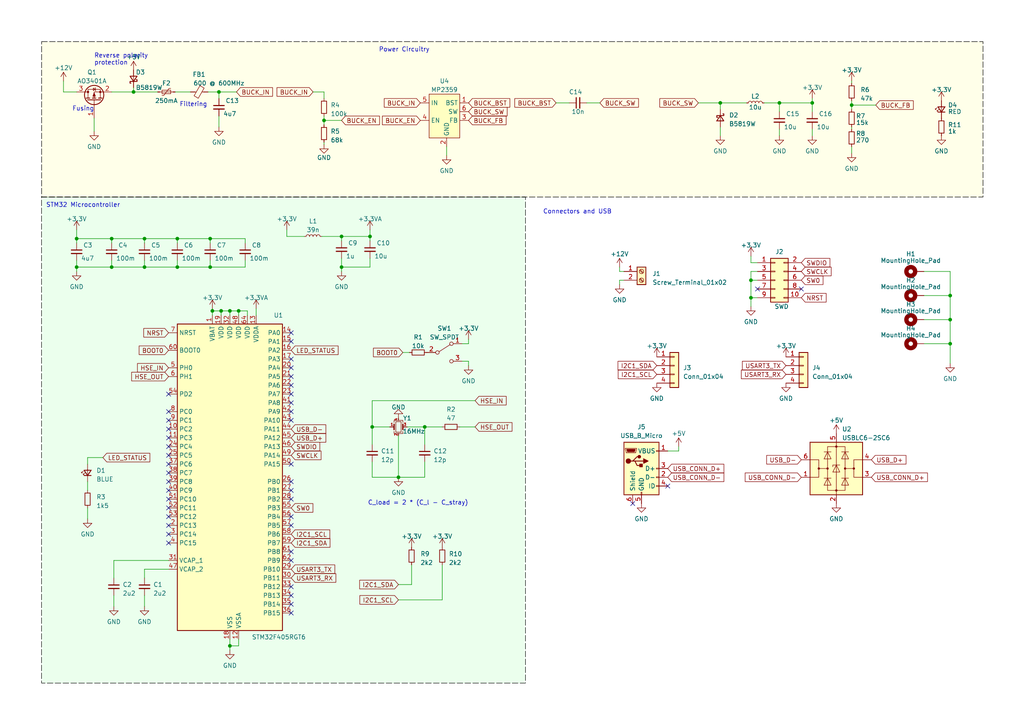
<source format=kicad_sch>
(kicad_sch (version 20230121) (generator eeschema)
  (paper "A4")
  (title_block (title "STM32 Example board") (date "2023-06-07") (rev "v1.0") (company "Emasi"))
  (lib_symbols
    (symbol "Connector:Screw_Terminal_01x02" (pin_names (offset 1.016) hide)
      (property "Reference" "J" (at 0 2.54 0))
      (property "Value" "Screw_Terminal_01x02" (at 0 -5.08 0))
      (symbol "Screw_Terminal_01x02_1_1"
        (pin passive line (at -5.08 0 0) (length 3.81) (name "Pin_1") (number "1"))
        (pin passive line (at -5.08 -2.54 0) (length 3.81) (name "Pin_2") (number "2"))
      )
    )
    (symbol "Connector:USB_B_Micro" (pin_names (offset 1.016))
      (property "Reference" "J" (at -5.08 11.43 0))
      (property "Value" "USB_B_Micro" (at -5.08 8.89 0))
      (symbol "USB_B_Micro_1_1"
        (pin power_out line (at 7.62 5.08 180) (length 2.54) (name "VBUS") (number "1"))
        (pin bidirectional line (at 7.62 -2.54 180) (length 2.54) (name "D-") (number "2"))
        (pin bidirectional line (at 7.62 0 180) (length 2.54) (name "D+") (number "3"))
        (pin passive line (at 7.62 -5.08 180) (length 2.54) (name "ID") (number "4"))
        (pin power_out line (at 0 -10.16 90) (length 2.54) (name "GND") (number "5"))
        (pin passive line (at -2.54 -10.16 90) (length 2.54) (name "Shield") (number "6"))
      )
    )
    (symbol "Connector_Generic:Conn_01x04" (pin_names (offset 1.016) hide)
      (property "Reference" "J" (at 0 5.08 0))
      (property "Value" "Conn_01x04" (at 0 -7.62 0))
      (symbol "Conn_01x04_1_1"
        (pin passive line (at -5.08 2.54 0) (length 3.81) (name "Pin_1") (number "1"))
        (pin passive line (at -5.08 0 0) (length 3.81) (name "Pin_2") (number "2"))
        (pin passive line (at -5.08 -2.54 0) (length 3.81) (name "Pin_3") (number "3"))
        (pin passive line (at -5.08 -5.08 0) (length 3.81) (name "Pin_4") (number "4"))
      )
    )
    (symbol "Connector_Generic:Conn_02x05_Odd_Even" (pin_names (offset 1.016) hide)
      (property "Reference" "J" (at 1.27 7.62 0))
      (property "Value" "Conn_02x05_Odd_Even" (at 1.27 -7.62 0))
      (symbol "Conn_02x05_Odd_Even_1_1"
        (pin passive line (at -5.08 5.08 0) (length 3.81) (name "Pin_1") (number "1"))
        (pin passive line (at 7.62 -5.08 180) (length 3.81) (name "Pin_10") (number "10"))
        (pin passive line (at 7.62 5.08 180) (length 3.81) (name "Pin_2") (number "2"))
        (pin passive line (at -5.08 2.54 0) (length 3.81) (name "Pin_3") (number "3"))
        (pin passive line (at 7.62 2.54 180) (length 3.81) (name "Pin_4") (number "4"))
        (pin passive line (at -5.08 0 0) (length 3.81) (name "Pin_5") (number "5"))
        (pin passive line (at 7.62 0 180) (length 3.81) (name "Pin_6") (number "6"))
        (pin passive line (at -5.08 -2.54 0) (length 3.81) (name "Pin_7") (number "7"))
        (pin passive line (at 7.62 -2.54 180) (length 3.81) (name "Pin_8") (number "8"))
        (pin passive line (at -5.08 -5.08 0) (length 3.81) (name "Pin_9") (number "9"))
      )
    )
    (symbol "Device:C_Small" (pin_numbers hide) (pin_names (offset 0.254) hide)
      (property "Reference" "C" (at 0.254 1.778 0))
      (property "Value" "C_Small" (at 0.254 -2.032 0))
      (symbol "C_Small_1_1"
        (pin passive line (at 0 2.54 270) (length 2.032) (name "~") (number "1"))
        (pin passive line (at 0 -2.54 90) (length 2.032) (name "~") (number "2"))
      )
    )
    (symbol "Device:Crystal_GND24_Small" (pin_names (offset 1.016) hide)
      (property "Reference" "Y" (at 1.27 4.445 0))
      (property "Value" "Crystal_GND24_Small" (at 1.27 2.54 0))
      (symbol "Crystal_GND24_Small_1_1"
        (pin passive line (at -2.54 0 0) (length 1.27) (name "1") (number "1"))
        (pin passive line (at 0 -2.54 90) (length 0.635) (name "2") (number "2"))
        (pin passive line (at 2.54 0 180) (length 1.27) (name "3") (number "3"))
        (pin passive line (at 0 2.54 270) (length 0.635) (name "4") (number "4"))
      )
    )
    (symbol "Device:D_Schottky_Small" (pin_numbers hide) (pin_names (offset 0.254) hide)
      (property "Reference" "D" (at -1.27 2.032 0))
      (property "Value" "D_Schottky_Small" (at -7.112 -2.032 0))
      (symbol "D_Schottky_Small_1_1"
        (pin passive line (at -2.54 0 0) (length 1.778) (name "K") (number "1"))
        (pin passive line (at 2.54 0 180) (length 1.778) (name "A") (number "2"))
      )
    )
    (symbol "Device:FerriteBead_Small" (pin_numbers hide) (pin_names (offset 0))
      (property "Reference" "FB" (at 1.905 1.27 0))
      (property "Value" "FerriteBead_Small" (at 1.905 -1.27 0))
      (symbol "FerriteBead_Small_1_1"
        (pin passive line (at 0 2.54 270) (length 1.27) (name "~") (number "1"))
        (pin passive line (at 0 -2.54 90) (length 1.27) (name "~") (number "2"))
      )
    )
    (symbol "Device:LED_Small" (pin_numbers hide) (pin_names (offset 0.254) hide)
      (property "Reference" "D" (at -1.27 3.175 0))
      (property "Value" "LED_Small" (at -4.445 -2.54 0))
      (symbol "LED_Small_1_1"
        (pin passive line (at -2.54 0 0) (length 1.778) (name "K") (number "1"))
        (pin passive line (at 2.54 0 180) (length 1.778) (name "A") (number "2"))
      )
    )
    (symbol "Device:L_Small" (pin_numbers hide) (pin_names (offset 0.254) hide)
      (property "Reference" "L" (at 0.762 1.016 0))
      (property "Value" "L_Small" (at 0.762 -1.016 0))
      (symbol "L_Small_1_1"
        (pin passive line (at 0 2.54 270) (length 0.508) (name "~") (number "1"))
        (pin passive line (at 0 -2.54 90) (length 0.508) (name "~") (number "2"))
      )
    )
    (symbol "Device:Polyfuse_Small" (pin_numbers hide) (pin_names (offset 0))
      (property "Reference" "F" (at -1.905 0 90))
      (property "Value" "Polyfuse_Small" (at 1.905 0 90))
      (symbol "Polyfuse_Small_1_1"
        (pin passive line (at 0 2.54 270) (length 0.635) (name "~") (number "1"))
        (pin passive line (at 0 -2.54 90) (length 0.635) (name "~") (number "2"))
      )
    )
    (symbol "Device:R_Small" (pin_numbers hide) (pin_names (offset 0.254) hide)
      (property "Reference" "R" (at 0.762 0.508 0))
      (property "Value" "R_Small" (at 0.762 -1.016 0))
      (symbol "R_Small_1_1"
        (pin passive line (at 0 2.54 270) (length 0.762) (name "~") (number "1"))
        (pin passive line (at 0 -2.54 90) (length 0.762) (name "~") (number "2"))
      )
    )
    (symbol "MCU_ST_STM32F4:STM32F405RGTx"
      (property "Reference" "U" (at -15.24 46.99 0))
      (property "Value" "STM32F405RGTx" (at 10.16 46.99 0))
      (symbol "STM32F405RGTx_1_1"
        (pin power_in line (at -5.08 48.26 270) (length 2.54) (name "VBAT") (number "1"))
        (pin bidirectional line (at -17.78 15.24 0) (length 2.54) (name "PC2") (number "10"))
        (pin bidirectional line (at -17.78 12.7 0) (length 2.54) (name "PC3") (number "11"))
        (pin power_in line (at 2.54 -45.72 90) (length 2.54) (name "VSSA") (number "12"))
        (pin power_in line (at 7.62 48.26 270) (length 2.54) (name "VDDA") (number "13"))
        (pin bidirectional line (at 17.78 43.18 180) (length 2.54) (name "PA0") (number "14"))
        (pin bidirectional line (at 17.78 40.64 180) (length 2.54) (name "PA1") (number "15"))
        (pin bidirectional line (at 17.78 38.1 180) (length 2.54) (name "PA2") (number "16"))
        (pin bidirectional line (at 17.78 35.56 180) (length 2.54) (name "PA3") (number "17"))
        (pin power_in line (at 0 -45.72 90) (length 2.54) (name "VSS") (number "18"))
        (pin power_in line (at -2.54 48.26 270) (length 2.54) (name "VDD") (number "19"))
        (pin bidirectional line (at -17.78 -12.7 0) (length 2.54) (name "PC13") (number "2"))
        (pin bidirectional line (at 17.78 33.02 180) (length 2.54) (name "PA4") (number "20"))
        (pin bidirectional line (at 17.78 30.48 180) (length 2.54) (name "PA5") (number "21"))
        (pin bidirectional line (at 17.78 27.94 180) (length 2.54) (name "PA6") (number "22"))
        (pin bidirectional line (at 17.78 25.4 180) (length 2.54) (name "PA7") (number "23"))
        (pin bidirectional line (at -17.78 10.16 0) (length 2.54) (name "PC4") (number "24"))
        (pin bidirectional line (at -17.78 7.62 0) (length 2.54) (name "PC5") (number "25"))
        (pin bidirectional line (at 17.78 0 180) (length 2.54) (name "PB0") (number "26"))
        (pin bidirectional line (at 17.78 -2.54 180) (length 2.54) (name "PB1") (number "27"))
        (pin bidirectional line (at 17.78 -5.08 180) (length 2.54) (name "PB2") (number "28"))
        (pin bidirectional line (at 17.78 -25.4 180) (length 2.54) (name "PB10") (number "29"))
        (pin bidirectional line (at -17.78 -15.24 0) (length 2.54) (name "PC14") (number "3"))
        (pin bidirectional line (at 17.78 -27.94 180) (length 2.54) (name "PB11") (number "30"))
        (pin power_out line (at -17.78 -22.86 0) (length 2.54) (name "VCAP_1") (number "31"))
        (pin power_in line (at 0 48.26 270) (length 2.54) (name "VDD") (number "32"))
        (pin bidirectional line (at 17.78 -30.48 180) (length 2.54) (name "PB12") (number "33"))
        (pin bidirectional line (at 17.78 -33.02 180) (length 2.54) (name "PB13") (number "34"))
        (pin bidirectional line (at 17.78 -35.56 180) (length 2.54) (name "PB14") (number "35"))
        (pin bidirectional line (at 17.78 -38.1 180) (length 2.54) (name "PB15") (number "36"))
        (pin bidirectional line (at -17.78 5.08 0) (length 2.54) (name "PC6") (number "37"))
        (pin bidirectional line (at -17.78 2.54 0) (length 2.54) (name "PC7") (number "38"))
        (pin bidirectional line (at -17.78 0 0) (length 2.54) (name "PC8") (number "39"))
        (pin bidirectional line (at -17.78 -17.78 0) (length 2.54) (name "PC15") (number "4"))
        (pin bidirectional line (at -17.78 -2.54 0) (length 2.54) (name "PC9") (number "40"))
        (pin bidirectional line (at 17.78 22.86 180) (length 2.54) (name "PA8") (number "41"))
        (pin bidirectional line (at 17.78 20.32 180) (length 2.54) (name "PA9") (number "42"))
        (pin bidirectional line (at 17.78 17.78 180) (length 2.54) (name "PA10") (number "43"))
        (pin bidirectional line (at 17.78 15.24 180) (length 2.54) (name "PA11") (number "44"))
        (pin bidirectional line (at 17.78 12.7 180) (length 2.54) (name "PA12") (number "45"))
        (pin bidirectional line (at 17.78 10.16 180) (length 2.54) (name "PA13") (number "46"))
        (pin power_out line (at -17.78 -25.4 0) (length 2.54) (name "VCAP_2") (number "47"))
        (pin power_in line (at 2.54 48.26 270) (length 2.54) (name "VDD") (number "48"))
        (pin bidirectional line (at 17.78 7.62 180) (length 2.54) (name "PA14") (number "49"))
        (pin bidirectional line (at -17.78 33.02 0) (length 2.54) (name "PH0") (number "5"))
        (pin bidirectional line (at 17.78 5.08 180) (length 2.54) (name "PA15") (number "50"))
        (pin bidirectional line (at -17.78 -5.08 0) (length 2.54) (name "PC10") (number "51"))
        (pin bidirectional line (at -17.78 -7.62 0) (length 2.54) (name "PC11") (number "52"))
        (pin bidirectional line (at -17.78 -10.16 0) (length 2.54) (name "PC12") (number "53"))
        (pin bidirectional line (at -17.78 25.4 0) (length 2.54) (name "PD2") (number "54"))
        (pin bidirectional line (at 17.78 -7.62 180) (length 2.54) (name "PB3") (number "55"))
        (pin bidirectional line (at 17.78 -10.16 180) (length 2.54) (name "PB4") (number "56"))
        (pin bidirectional line (at 17.78 -12.7 180) (length 2.54) (name "PB5") (number "57"))
        (pin bidirectional line (at 17.78 -15.24 180) (length 2.54) (name "PB6") (number "58"))
        (pin bidirectional line (at 17.78 -17.78 180) (length 2.54) (name "PB7") (number "59"))
        (pin bidirectional line (at -17.78 30.48 0) (length 2.54) (name "PH1") (number "6"))
        (pin input line (at -17.78 38.1 0) (length 2.54) (name "BOOT0") (number "60"))
        (pin bidirectional line (at 17.78 -20.32 180) (length 2.54) (name "PB8") (number "61"))
        (pin bidirectional line (at 17.78 -22.86 180) (length 2.54) (name "PB9") (number "62"))
        (pin passive line (at 0 -45.72 90) (length 2.54) hide (name "VSS") (number "63"))
        (pin power_in line (at 5.08 48.26 270) (length 2.54) (name "VDD") (number "64"))
        (pin input line (at -17.78 43.18 0) (length 2.54) (name "NRST") (number "7"))
        (pin bidirectional line (at -17.78 20.32 0) (length 2.54) (name "PC0") (number "8"))
        (pin bidirectional line (at -17.78 17.78 0) (length 2.54) (name "PC1") (number "9"))
      )
    )
    (symbol "MP2359_1"
      (property "Reference" "U" (at -3.81 6.35 0))
      (property "Value" "MP2359" (at 2.54 6.35 0))
      (symbol "MP2359_1_1_1"
        (pin power_out line (at 6.35 2.54 180) (length 2.54) (name "BST") (number "1"))
        (pin power_in line (at 0 -10.16 90) (length 2.54) (name "GND") (number "2"))
        (pin input line (at 6.35 -2.54 180) (length 2.54) (name "FB") (number "3"))
        (pin input line (at -7.62 -2.54 0) (length 2.54) (name "EN") (number "4"))
        (pin power_in line (at -7.62 2.54 0) (length 2.54) (name "IN") (number "5"))
        (pin power_out line (at 6.35 0 180) (length 2.54) (name "SW") (number "6"))
      )
    )
    (symbol "Mechanical:MountingHole_Pad" (pin_numbers hide) (pin_names (offset 1.016) hide)
      (property "Reference" "H" (at 0 6.35 0))
      (property "Value" "MountingHole_Pad" (at 0 4.445 0))
      (symbol "MountingHole_Pad_1_1"
        (pin input line (at 0 -2.54 90) (length 2.54) (name "1") (number "1"))
      )
    )
    (symbol "Power_Protection:USBLC6-2SC6" (pin_names hide)
      (property "Reference" "U" (at 2.54 8.89 0))
      (property "Value" "USBLC6-2SC6" (at 2.54 -8.89 0))
      (symbol "USBLC6-2SC6_1_1"
        (pin passive line (at -10.16 -2.54 0) (length 2.54) (name "I/O1") (number "1"))
        (pin passive line (at 0 -10.16 90) (length 2.54) (name "GND") (number "2"))
        (pin passive line (at 10.16 -2.54 180) (length 2.54) (name "I/O2") (number "3"))
        (pin passive line (at 10.16 2.54 180) (length 2.54) (name "I/O2") (number "4"))
        (pin passive line (at 0 10.16 270) (length 2.54) (name "VBUS") (number "5"))
        (pin passive line (at -10.16 2.54 0) (length 2.54) (name "I/O1") (number "6"))
      )
    )
    (symbol "Switch:SW_SPDT" (pin_names (offset 0) hide)
      (property "Reference" "SW" (at 0 4.318 0))
      (property "Value" "SW_SPDT" (at 0 -5.08 0))
      (symbol "SW_SPDT_1_1"
        (pin passive line (at 5.08 2.54 180) (length 2.54) (name "A") (number "1"))
        (pin passive line (at -5.08 0 0) (length 2.54) (name "B") (number "2"))
        (pin passive line (at 5.08 -2.54 180) (length 2.54) (name "C") (number "3"))
      )
    )
    (symbol "Transistor_FET:AO3401A" (pin_names hide)
      (property "Reference" "Q" (at 5.08 1.905 0))
      (property "Value" "AO3401A" (at 5.08 0 0))
      (symbol "AO3401A_1_1"
        (pin input line (at -5.08 0 0) (length 2.54) (name "G") (number "1"))
        (pin passive line (at 2.54 -5.08 90) (length 2.54) (name "S") (number "2"))
        (pin passive line (at 2.54 5.08 270) (length 2.54) (name "D") (number "3"))
      )
    )
    (symbol "power:+12V" (power) (pin_names (offset 0))
      (property "Value" "+12V" (at 0 3.556 0))
      (symbol "+12V_1_1"
        (pin power_in line (at 0 0 90) (length 0) hide (name "+12V") (number "1"))
      )
    )
    (symbol "power:+3.3V" (power) (pin_names (offset 0))
      (property "Value" "+3.3V" (at 0 3.556 0))
      (symbol "+3.3V_1_1"
        (pin power_in line (at 0 0 90) (length 0) hide (name "+3.3V") (number "1"))
      )
    )
    (symbol "power:+3.3VA" (power) (pin_names (offset 0))
      (property "Value" "+3.3VA" (at 0 3.556 0))
      (symbol "+3.3VA_1_1"
        (pin power_in line (at 0 0 90) (length 0) hide (name "+3.3VA") (number "1"))
      )
    )
    (symbol "power:+5V" (power) (pin_names (offset 0))
      (property "Value" "+5V" (at 0 3.556 0))
      (symbol "+5V_1_1"
        (pin power_in line (at 0 0 90) (length 0) hide (name "+5V") (number "1"))
      )
    )
    (symbol "power:GND" (power) (pin_names (offset 0))
      (property "Value" "GND" (at 0 -3.81 0))
      (symbol "GND_1_1"
        (pin power_in line (at 0 0 270) (length 0) hide (name "GND") (number "1"))
      )
    )
  )
  (junction (at 99.06 77.47))
  (junction (at 32.385 77.47))
  (junction (at 208.915 29.845))
  (junction (at 235.585 29.845))
  (junction (at 217.805 81.28))
  (junction (at 217.805 86.36))
  (junction (at 64.135 90.17))
  (junction (at 107.315 68.58))
  (junction (at 66.675 187.325))
  (junction (at 41.91 69.215))
  (junction (at 41.91 77.47))
  (junction (at 66.675 90.17))
  (junction (at 63.5 26.67))
  (junction (at 93.98 34.925))
  (junction (at 38.735 26.67))
  (junction (at 61.595 90.17))
  (junction (at 69.215 90.17))
  (junction (at 107.95 123.825))
  (junction (at 32.385 69.215))
  (junction (at 60.96 77.47))
  (junction (at 51.435 69.215))
  (junction (at 275.59 92.71))
  (junction (at 247.015 30.48))
  (junction (at 60.96 69.215))
  (junction (at 51.435 77.47))
  (junction (at 22.225 77.47))
  (junction (at 275.59 99.695))
  (junction (at 99.06 68.58))
  (junction (at 115.57 138.43))
  (junction (at 22.225 69.215))
  (junction (at 226.06 29.845))
  (junction (at 123.19 123.825))
  (junction (at 275.59 85.725))
  (no_connect (at 84.455 160.02))
  (no_connect (at 84.455 109.22))
  (no_connect (at 84.455 144.78))
  (no_connect (at 48.895 147.32))
  (no_connect (at 48.895 129.54))
  (no_connect (at 84.455 172.72))
  (no_connect (at 84.455 152.4))
  (no_connect (at 84.455 104.14))
  (no_connect (at 84.455 170.18))
  (no_connect (at 84.455 111.76))
  (no_connect (at 48.895 137.16))
  (no_connect (at 84.455 162.56))
  (no_connect (at 183.515 146.05))
  (no_connect (at 193.675 140.97))
  (no_connect (at 48.895 142.24))
  (no_connect (at 84.455 142.24))
  (no_connect (at 48.895 134.62))
  (no_connect (at 84.455 96.52))
  (no_connect (at 48.895 139.7))
  (no_connect (at 48.895 154.94))
  (no_connect (at 48.895 152.4))
  (no_connect (at 48.895 127))
  (no_connect (at 84.455 175.26))
  (no_connect (at 48.895 124.46))
  (no_connect (at 84.455 139.7))
  (no_connect (at 48.895 119.38))
  (no_connect (at 84.455 177.8))
  (no_connect (at 48.895 157.48))
  (no_connect (at 232.41 83.82))
  (no_connect (at 84.455 106.68))
  (no_connect (at 84.455 116.84))
  (no_connect (at 84.455 114.3))
  (no_connect (at 48.895 149.86))
  (no_connect (at 84.455 149.86))
  (no_connect (at 48.895 132.08))
  (no_connect (at 84.455 121.92))
  (no_connect (at 48.895 144.78))
  (no_connect (at 84.455 99.06))
  (no_connect (at 84.455 119.38))
  (no_connect (at 219.71 83.82))
  (no_connect (at 84.455 134.62))
  (no_connect (at 48.895 121.92))
  (no_connect (at 48.895 114.3))
  (wire (pts (xy 71.12 70.485) (xy 71.12 69.215)))
  (wire (pts (xy 235.585 32.385) (xy 235.585 29.845)))
  (wire (pts (xy 66.675 185.42) (xy 66.675 187.325)))
  (wire (pts (xy 123.19 123.825) (xy 128.27 123.825)))
  (wire (pts (xy 137.795 116.205) (xy 107.95 116.205)))
  (wire (pts (xy 170.18 29.845) (xy 173.99 29.845)))
  (wire (pts (xy 133.35 123.825) (xy 137.795 123.825)))
  (wire (pts (xy 115.57 126.365) (xy 115.57 138.43)))
  (wire (pts (xy 235.585 28.575) (xy 235.585 29.845)))
  (wire (pts (xy 107.95 138.43) (xy 115.57 138.43)))
  (wire (pts (xy 107.95 123.825) (xy 107.95 128.905)))
  (wire (pts (xy 208.915 39.37) (xy 208.915 36.83)))
  (wire (pts (xy 118.11 123.825) (xy 123.19 123.825)))
  (wire (pts (xy 275.59 78.74) (xy 267.97 78.74)))
  (wire (pts (xy 32.385 77.47) (xy 41.91 77.47)))
  (wire (pts (xy 247.015 23.495) (xy 247.015 24.13)))
  (wire (pts (xy 235.585 39.37) (xy 235.585 37.465)))
  (wire (pts (xy 32.385 75.565) (xy 32.385 77.47)))
  (wire (pts (xy 267.97 92.71) (xy 275.59 92.71)))
  (wire (pts (xy 64.135 90.17) (xy 64.135 91.44)))
  (wire (pts (xy 41.91 69.215) (xy 51.435 69.215)))
  (wire (pts (xy 61.595 89.535) (xy 61.595 90.17)))
  (wire (pts (xy 123.19 138.43) (xy 115.57 138.43)))
  (wire (pts (xy 267.97 85.725) (xy 275.59 85.725)))
  (wire (pts (xy 41.91 75.565) (xy 41.91 77.47)))
  (wire (pts (xy 63.5 26.67) (xy 63.5 28.575)))
  (wire (pts (xy 90.805 26.67) (xy 93.98 26.67)))
  (wire (pts (xy 60.96 69.215) (xy 71.12 69.215)))
  (wire (pts (xy 275.59 105.41) (xy 275.59 99.695)))
  (wire (pts (xy 83.185 66.675) (xy 83.185 68.58)))
  (wire (pts (xy 66.675 187.325) (xy 66.675 188.595)))
  (wire (pts (xy 217.805 86.36) (xy 217.805 88.9)))
  (wire (pts (xy 217.805 76.2) (xy 217.805 74.295)))
  (wire (pts (xy 22.225 69.215) (xy 22.225 70.485)))
  (wire (pts (xy 115.57 173.99) (xy 128.27 173.99)))
  (wire (pts (xy 275.59 85.725) (xy 275.59 78.74)))
  (wire (pts (xy 133.985 99.695) (xy 135.89 99.695)))
  (wire (pts (xy 208.915 29.845) (xy 202.565 29.845)))
  (wire (pts (xy 219.71 78.74) (xy 217.805 78.74)))
  (wire (pts (xy 107.315 77.47) (xy 99.06 77.47)))
  (wire (pts (xy 107.95 133.985) (xy 107.95 138.43)))
  (wire (pts (xy 99.06 34.925) (xy 93.98 34.925)))
  (wire (pts (xy 107.315 66.675) (xy 107.315 68.58)))
  (wire (pts (xy 219.71 76.2) (xy 217.805 76.2)))
  (wire (pts (xy 107.95 116.205) (xy 107.95 123.825)))
  (wire (pts (xy 247.015 30.48) (xy 247.015 31.75)))
  (wire (pts (xy 50.8 26.67) (xy 55.245 26.67)))
  (wire (pts (xy 18.415 23.495) (xy 18.415 26.67)))
  (wire (pts (xy 18.415 26.67) (xy 22.225 26.67)))
  (wire (pts (xy 41.91 172.72) (xy 41.91 175.895)))
  (wire (pts (xy 33.02 172.72) (xy 33.02 175.895)))
  (wire (pts (xy 267.97 99.695) (xy 275.59 99.695)))
  (wire (pts (xy 66.675 187.325) (xy 69.215 187.325)))
  (wire (pts (xy 107.95 123.825) (xy 113.03 123.825)))
  (wire (pts (xy 123.19 133.985) (xy 123.19 138.43)))
  (wire (pts (xy 226.06 29.845) (xy 235.585 29.845)))
  (wire (pts (xy 33.02 167.64) (xy 33.02 162.56)))
  (wire (pts (xy 119.38 169.545) (xy 119.38 163.83)))
  (wire (pts (xy 275.59 99.695) (xy 275.59 92.71)))
  (wire (pts (xy 74.295 89.535) (xy 74.295 91.44)))
  (wire (pts (xy 33.02 162.56) (xy 48.895 162.56)))
  (wire (pts (xy 123.19 123.825) (xy 123.19 128.905)))
  (wire (pts (xy 41.91 69.215) (xy 41.91 70.485)))
  (wire (pts (xy 247.015 30.48) (xy 254 30.48)))
  (wire (pts (xy 217.805 78.74) (xy 217.805 81.28)))
  (wire (pts (xy 107.315 74.93) (xy 107.315 77.47)))
  (wire (pts (xy 83.185 68.58) (xy 88.265 68.58)))
  (wire (pts (xy 60.96 69.215) (xy 60.96 70.485)))
  (wire (pts (xy 25.4 132.715) (xy 25.4 134.62)))
  (wire (pts (xy 25.4 139.7) (xy 25.4 142.24)))
  (wire (pts (xy 51.435 69.215) (xy 60.96 69.215)))
  (wire (pts (xy 107.315 69.85) (xy 107.315 68.58)))
  (wire (pts (xy 135.89 99.695) (xy 135.89 98.425)))
  (wire (pts (xy 22.225 69.215) (xy 32.385 69.215)))
  (wire (pts (xy 41.91 77.47) (xy 51.435 77.47)))
  (wire (pts (xy 247.015 36.83) (xy 247.015 37.465)))
  (wire (pts (xy 51.435 69.215) (xy 51.435 70.485)))
  (wire (pts (xy 116.84 102.235) (xy 118.745 102.235)))
  (wire (pts (xy 32.385 69.215) (xy 41.91 69.215)))
  (wire (pts (xy 208.915 29.845) (xy 216.535 29.845)))
  (wire (pts (xy 275.59 92.71) (xy 275.59 85.725)))
  (wire (pts (xy 64.135 90.17) (xy 66.675 90.17)))
  (wire (pts (xy 161.29 29.845) (xy 165.1 29.845)))
  (wire (pts (xy 128.27 173.99) (xy 128.27 163.83)))
  (wire (pts (xy 93.98 34.925) (xy 93.98 36.195)))
  (wire (pts (xy 60.96 77.47) (xy 71.12 77.47)))
  (wire (pts (xy 180.975 78.74) (xy 179.705 78.74)))
  (wire (pts (xy 63.5 26.67) (xy 68.58 26.67)))
  (wire (pts (xy 93.345 68.58) (xy 99.06 68.58)))
  (wire (pts (xy 208.915 31.75) (xy 208.915 29.845)))
  (wire (pts (xy 22.225 66.675) (xy 22.225 69.215)))
  (wire (pts (xy 135.89 104.775) (xy 135.89 106.045)))
  (wire (pts (xy 41.91 165.1) (xy 48.895 165.1)))
  (wire (pts (xy 247.015 42.545) (xy 247.015 44.45)))
  (wire (pts (xy 60.96 75.565) (xy 60.96 77.47)))
  (wire (pts (xy 63.5 36.83) (xy 63.5 33.655)))
  (wire (pts (xy 99.06 77.47) (xy 99.06 78.74)))
  (wire (pts (xy 217.805 86.36) (xy 219.71 86.36)))
  (wire (pts (xy 66.675 90.17) (xy 69.215 90.17)))
  (wire (pts (xy 69.215 187.325) (xy 69.215 185.42)))
  (wire (pts (xy 38.735 25.4) (xy 38.735 26.67)))
  (wire (pts (xy 32.385 26.67) (xy 38.735 26.67)))
  (wire (pts (xy 22.225 75.565) (xy 22.225 77.47)))
  (wire (pts (xy 115.57 169.545) (xy 119.38 169.545)))
  (wire (pts (xy 226.06 32.385) (xy 226.06 29.845)))
  (wire (pts (xy 193.675 130.81) (xy 196.85 130.81)))
  (wire (pts (xy 51.435 77.47) (xy 60.96 77.47)))
  (wire (pts (xy 247.015 29.21) (xy 247.015 30.48)))
  (wire (pts (xy 99.06 68.58) (xy 107.315 68.58)))
  (wire (pts (xy 51.435 75.565) (xy 51.435 77.47)))
  (wire (pts (xy 22.225 77.47) (xy 32.385 77.47)))
  (wire (pts (xy 29.845 132.715) (xy 25.4 132.715)))
  (wire (pts (xy 61.595 90.17) (xy 64.135 90.17)))
  (wire (pts (xy 129.54 42.545) (xy 129.54 45.085)))
  (wire (pts (xy 22.225 77.47) (xy 22.225 78.74)))
  (wire (pts (xy 60.325 26.67) (xy 63.5 26.67)))
  (wire (pts (xy 196.85 130.81) (xy 196.85 129.54)))
  (wire (pts (xy 93.98 33.655) (xy 93.98 34.925)))
  (wire (pts (xy 179.705 82.55) (xy 179.705 81.28)))
  (wire (pts (xy 221.615 29.845) (xy 226.06 29.845)))
  (wire (pts (xy 99.06 68.58) (xy 99.06 69.85)))
  (wire (pts (xy 38.735 26.67) (xy 45.72 26.67)))
  (wire (pts (xy 93.98 26.67) (xy 93.98 28.575)))
  (wire (pts (xy 217.805 81.28) (xy 217.805 86.36)))
  (wire (pts (xy 71.755 90.17) (xy 71.755 91.44)))
  (wire (pts (xy 226.06 39.37) (xy 226.06 37.465)))
  (wire (pts (xy 32.385 69.215) (xy 32.385 70.485)))
  (wire (pts (xy 217.805 81.28) (xy 219.71 81.28)))
  (wire (pts (xy 27.305 34.29) (xy 27.305 38.1)))
  (wire (pts (xy 93.98 41.275) (xy 93.98 41.91)))
  (wire (pts (xy 99.06 74.93) (xy 99.06 77.47)))
  (wire (pts (xy 61.595 90.17) (xy 61.595 91.44)))
  (wire (pts (xy 71.12 75.565) (xy 71.12 77.47)))
  (wire (pts (xy 69.215 90.17) (xy 71.755 90.17)))
  (wire (pts (xy 179.705 81.28) (xy 180.975 81.28)))
  (wire (pts (xy 69.215 90.17) (xy 69.215 91.44)))
  (wire (pts (xy 133.985 104.775) (xy 135.89 104.775)))
  (wire (pts (xy 66.675 90.17) (xy 66.675 91.44)))
  (wire (pts (xy 25.4 147.32) (xy 25.4 150.495)))
  (wire (pts (xy 41.91 167.64) (xy 41.91 165.1)))
  (wire (pts (xy 179.705 78.74) (xy 179.705 77.47)))
  (rectangle (start 12.065 12.065) (end 285.115 57.15) (stroke (width 0) (type dash) (color 0 0 0 1)) (fill (type color) (color 255 255 194 0.37)))
  (rectangle (start 12.065 57.15) (end 152.4 198.12) (stroke (width 0) (type dash) (color 0 0 0 1)) (fill (type color) (color 235 255 237 1)))
  (text "STM32 Microcontroller" (at 13.335 60.325 0) (effects (font (size 1.27 1.27)) (justify left bottom)))
  (text "Power Circuitry" (at 109.855 15.24 0) (effects (font (size 1.27 1.27)) (justify left bottom)))
  (text "Filtering\n" (at 52.07 31.115 0) (effects (font (size 1.27 1.27)) (justify left bottom)))
  (text "Reverse polarity\nprotection\n" (at 27.305 19.05 0) (effects (font (size 1.27 1.27)) (justify left bottom)))
  (text "C_load = 2 * (C_l - C_stray)" (at 106.68 146.685 0) (effects (font (size 1.27 1.27)) (justify left bottom)))
  (text "Fusing" (at 20.955 32.385 0) (effects (font (size 1.27 1.27)) (justify left bottom)))
  (text "Connectors and USB" (at 157.48 62.23 0) (effects (font (size 1.27 1.27)) (justify left bottom)))
  (global_label "I2C1_SCL" (shape input) (at 190.5 108.585 180) (property "Intersheetrefs" "${INTERSHEET_REFS}" (effects hide)))
  (global_label "USB_CONN_D+" (shape input) (at 193.675 135.89 0) (property "Intersheetrefs" "${INTERSHEET_REFS}" (effects hide)))
  (global_label "USB_D+" (shape input) (at 84.455 127 0) (property "Intersheetrefs" "${INTERSHEET_REFS}" (effects hide)))
  (global_label "USART3_TX" (shape input) (at 84.455 165.1 0) (property "Intersheetrefs" "${INTERSHEET_REFS}" (effects hide)))
  (global_label "BOOT0" (shape input) (at 48.895 101.6 180) (property "Intersheetrefs" "${INTERSHEET_REFS}" (effects hide)))
  (global_label "I2C1_SDA" (shape input) (at 84.455 157.48 0) (property "Intersheetrefs" "${INTERSHEET_REFS}" (effects hide)))
  (global_label "USART3_RX" (shape input) (at 84.455 167.64 0) (property "Intersheetrefs" "${INTERSHEET_REFS}" (effects hide)))
  (global_label "BOOT0" (shape input) (at 116.84 102.235 180) (property "Intersheetrefs" "${INTERSHEET_REFS}" (effects hide)))
  (global_label "BUCK_SW" (shape input) (at 202.565 29.845 180) (property "Intersheetrefs" "${INTERSHEET_REFS}" (effects hide)))
  (global_label "HSE_IN" (shape input) (at 137.795 116.205 0) (property "Intersheetrefs" "${INTERSHEET_REFS}" (effects hide)))
  (global_label "I2C1_SCL" (shape input) (at 84.455 154.94 0) (property "Intersheetrefs" "${INTERSHEET_REFS}" (effects hide)))
  (global_label "HSE_OUT" (shape input) (at 48.895 109.22 180) (property "Intersheetrefs" "${INTERSHEET_REFS}" (effects hide)))
  (global_label "NRST" (shape input) (at 48.895 96.52 180) (property "Intersheetrefs" "${INTERSHEET_REFS}" (effects hide)))
  (global_label "BUCK_IN" (shape input) (at 68.58 26.67 0) (property "Intersheetrefs" "${INTERSHEET_REFS}" (effects hide)))
  (global_label "BUCK_IN" (shape input) (at 121.92 29.845 180) (property "Intersheetrefs" "${INTERSHEET_REFS}" (effects hide)))
  (global_label "BUCK_SW" (shape input) (at 135.89 32.385 0) (property "Intersheetrefs" "${INTERSHEET_REFS}" (effects hide)))
  (global_label "SWDIO" (shape input) (at 232.41 76.2 0) (property "Intersheetrefs" "${INTERSHEET_REFS}" (effects hide)))
  (global_label "I2C1_SDA" (shape input) (at 115.57 169.545 180) (property "Intersheetrefs" "${INTERSHEET_REFS}" (effects hide)))
  (global_label "BUCK_BST" (shape input) (at 161.29 29.845 180) (property "Intersheetrefs" "${INTERSHEET_REFS}" (effects hide)))
  (global_label "SW0" (shape input) (at 232.41 81.28 0) (property "Intersheetrefs" "${INTERSHEET_REFS}" (effects hide)))
  (global_label "BUCK_EN" (shape input) (at 121.92 34.925 180) (property "Intersheetrefs" "${INTERSHEET_REFS}" (effects hide)))
  (global_label "BUCK_IN" (shape input) (at 90.805 26.67 180) (property "Intersheetrefs" "${INTERSHEET_REFS}" (effects hide)))
  (global_label "USB_CONN_D-" (shape input) (at 232.41 138.43 180) (property "Intersheetrefs" "${INTERSHEET_REFS}" (effects hide)))
  (global_label "BUCK_BST" (shape input) (at 135.89 29.845 0) (property "Intersheetrefs" "${INTERSHEET_REFS}" (effects hide)))
  (global_label "I2C1_SCL" (shape input) (at 115.57 173.99 180) (property "Intersheetrefs" "${INTERSHEET_REFS}" (effects hide)))
  (global_label "BUCK_EN" (shape input) (at 99.06 34.925 0) (property "Intersheetrefs" "${INTERSHEET_REFS}" (effects hide)))
  (global_label "BUCK_FB" (shape input) (at 254 30.48 0) (property "Intersheetrefs" "${INTERSHEET_REFS}" (effects hide)))
  (global_label "SWCLK" (shape input) (at 232.41 78.74 0) (property "Intersheetrefs" "${INTERSHEET_REFS}" (effects hide)))
  (global_label "USB_D+" (shape input) (at 252.73 133.35 0) (property "Intersheetrefs" "${INTERSHEET_REFS}" (effects hide)))
  (global_label "HSE_OUT" (shape input) (at 137.795 123.825 0) (property "Intersheetrefs" "${INTERSHEET_REFS}" (effects hide)))
  (global_label "SW0" (shape input) (at 84.455 147.32 0) (property "Intersheetrefs" "${INTERSHEET_REFS}" (effects hide)))
  (global_label "USB_CONN_D+" (shape input) (at 252.73 138.43 0) (property "Intersheetrefs" "${INTERSHEET_REFS}" (effects hide)))
  (global_label "USART3_TX" (shape input) (at 227.965 106.045 180) (property "Intersheetrefs" "${INTERSHEET_REFS}" (effects hide)))
  (global_label "BUCK_FB" (shape input) (at 135.89 34.925 0) (property "Intersheetrefs" "${INTERSHEET_REFS}" (effects hide)))
  (global_label "SWCLK" (shape input) (at 84.455 132.08 0) (property "Intersheetrefs" "${INTERSHEET_REFS}" (effects hide)))
  (global_label "SWDIO" (shape input) (at 84.455 129.54 0) (property "Intersheetrefs" "${INTERSHEET_REFS}" (effects hide)))
  (global_label "USB_CONN_D-" (shape input) (at 193.675 138.43 0) (property "Intersheetrefs" "${INTERSHEET_REFS}" (effects hide)))
  (global_label "BUCK_SW" (shape input) (at 173.99 29.845 0) (property "Intersheetrefs" "${INTERSHEET_REFS}" (effects hide)))
  (global_label "I2C1_SDA" (shape input) (at 190.5 106.045 180) (property "Intersheetrefs" "${INTERSHEET_REFS}" (effects hide)))
  (global_label "LED_STATUS" (shape input) (at 29.845 132.715 0) (property "Intersheetrefs" "${INTERSHEET_REFS}" (effects hide)))
  (global_label "USB_D-" (shape input) (at 232.41 133.35 180) (property "Intersheetrefs" "${INTERSHEET_REFS}" (effects hide)))
  (global_label "LED_STATUS" (shape input) (at 84.455 101.6 0) (property "Intersheetrefs" "${INTERSHEET_REFS}" (effects hide)))
  (global_label "HSE_IN" (shape input) (at 48.895 106.68 180) (property "Intersheetrefs" "${INTERSHEET_REFS}" (effects hide)))
  (global_label "NRST" (shape input) (at 232.41 86.36 0) (property "Intersheetrefs" "${INTERSHEET_REFS}" (effects hide)))
  (global_label "USB_D-" (shape input) (at 84.455 124.46 0) (property "Intersheetrefs" "${INTERSHEET_REFS}" (effects hide)))
  (global_label "USART3_RX" (shape input) (at 227.965 108.585 180) (property "Intersheetrefs" "${INTERSHEET_REFS}" (effects hide)))
  (symbol (lib_id "power:+5V") (at 38.735 20.32 0) (unit 1)
    (property "Reference" "#PWR038" (effects hide))
    (property "Value" "+5V" (at 38.735 16.51 0))
  )
  (symbol (lib_name "MP2359_1") (lib_id "Collins_Custom_Libs:MP2359") (at 129.54 32.385 0) (unit 1)
    (property "Reference" "U4" (at 128.905 23.495 0))
    (property "Value" "MP2359" (at 128.905 26.035 0))
    (property "Footprint" "Package_TO_SOT_SMD:SOT-23-6" (effects hide))
    (property "Datasheet" "https://pdf1.alldatasheet.com/datasheet-pdf/view/189154/MPS/MP2359.html" (effects hide))
  )
  (symbol (lib_id "power:GND") (at 208.915 39.37 0) (unit 1)
    (property "Reference" "#PWR021" (effects hide))
    (property "Value" "GND" (at 208.915 43.815 0))
  )
  (symbol (lib_id "power:+3.3V") (at 273.05 29.21 0) (unit 1)
    (property "Reference" "#PWR042" (effects hide))
    (property "Value" "+3.3V" (at 273.05 26.035 0))
  )
  (symbol (lib_id "power:GND") (at 115.57 121.285 180) (unit 1)
    (property "Reference" "#PWR014" (effects hide))
    (property "Value" "GND" (at 115.57 118.11 0))
  )
  (symbol (lib_id "Device:C_Small") (at 71.12 73.025 0) (unit 1)
    (property "Reference" "C8" (at 73.025 71.12 0) (effects (justify left)))
    (property "Value" "100m" (at 72.39 74.93 0) (effects (justify left)))
    (property "Footprint" "Capacitor_SMD:C_0402_1005Metric" (effects hide))
  )
  (symbol (lib_id "Device:R_Small") (at 247.015 26.67 180) (unit 1)
    (property "Reference" "R6" (at 249.555 26.035 0) (effects (justify right)))
    (property "Value" "47k" (at 249.555 28.575 0) (effects (justify right)))
    (property "Footprint" "Resistor_SMD:R_0603_1608Metric" (effects hide))
  )
  (symbol (lib_id "Device:C_Small") (at 63.5 31.115 0) (unit 1)
    (property "Reference" "C13" (at 65.405 29.21 0) (effects (justify left)))
    (property "Value" "4u7" (at 64.77 33.02 0) (effects (justify left)))
    (property "Footprint" "Capacitor_SMD:C_0603_1608Metric" (effects hide))
  )
  (symbol (lib_id "Connector:USB_B_Micro") (at 186.055 135.89 0) (unit 1)
    (property "Reference" "J5" (at 186.055 123.825 0))
    (property "Value" "USB_B_Micro" (at 186.055 126.365 0))
    (property "Footprint" "Connector_USB:USB_Micro-B_Amphenol_10104110_Horizontal" (effects hide))
  )
  (symbol (lib_id "Device:C_Small") (at 33.02 170.18 0) (unit 1)
    (property "Reference" "C2" (at 35.56 169.5513 0) (effects (justify left)))
    (property "Value" "2u2" (at 35.56 172.0913 0) (effects (justify left)))
    (property "Footprint" "Capacitor_SMD:C_0603_1608Metric" (effects hide))
  )
  (symbol (lib_id "Device:C_Small") (at 167.64 29.845 90) (unit 1)
    (property "Reference" "C14" (at 168.91 26.67 90) (effects (justify left)))
    (property "Value" "10n" (at 169.545 32.385 90) (effects (justify left)))
    (property "Footprint" "Capacitor_SMD:C_0603_1608Metric" (effects hide))
  )
  (symbol (lib_id "power:GND") (at 41.91 175.895 0) (unit 1)
    (property "Reference" "#PWR04" (effects hide))
    (property "Value" "GND" (at 41.91 180.34 0))
  )
  (symbol (lib_id "power:+3.3V") (at 217.805 74.295 0) (unit 1)
    (property "Reference" "#PWR031" (effects hide))
    (property "Value" "+3.3V" (at 217.805 71.12 0))
  )
  (symbol (lib_id "Device:C_Small") (at 32.385 73.025 0) (unit 1)
    (property "Reference" "C4" (at 34.29 71.12 0) (effects (justify left)))
    (property "Value" "100m" (at 33.655 74.93 0) (effects (justify left)))
    (property "Footprint" "Capacitor_SMD:C_0402_1005Metric" (effects hide))
  )
  (symbol (lib_id "Device:C_Small") (at 226.06 34.925 0) (unit 1)
    (property "Reference" "C15" (at 227.965 33.02 0) (effects (justify left)))
    (property "Value" "10u" (at 227.33 36.83 0) (effects (justify left)))
    (property "Footprint" "Capacitor_SMD:C_1206_3216Metric" (effects hide))
  )
  (symbol (lib_id "power:GND") (at 226.06 39.37 0) (unit 1)
    (property "Reference" "#PWR022" (effects hide))
    (property "Value" "GND" (at 226.06 43.815 0))
  )
  (symbol (lib_id "power:GND") (at 33.02 175.895 0) (unit 1)
    (property "Reference" "#PWR05" (effects hide))
    (property "Value" "GND" (at 33.02 180.34 0))
  )
  (symbol (lib_id "Device:R_Small") (at 25.4 144.78 180) (unit 1)
    (property "Reference" "R3" (at 27.94 144.145 0) (effects (justify right)))
    (property "Value" "1k5" (at 27.94 146.685 0) (effects (justify right)))
    (property "Footprint" "Resistor_SMD:R_0603_1608Metric" (effects hide))
  )
  (symbol (lib_id "power:+3.3V") (at 247.015 23.495 0) (unit 1)
    (property "Reference" "#PWR025" (effects hide))
    (property "Value" "+3.3V" (at 247.015 20.32 0))
  )
  (symbol (lib_id "Device:L_Small") (at 219.075 29.845 90) (unit 1)
    (property "Reference" "L2" (at 219.075 27.94 90))
    (property "Value" "10u" (at 219.075 31.115 90))
    (property "Footprint" "Inductor_SMD:L_Sunlord_MWSA0518S" (effects hide))
  )
  (symbol (lib_id "power:GND") (at 235.585 39.37 0) (unit 1)
    (property "Reference" "#PWR023" (effects hide))
    (property "Value" "GND" (at 235.585 43.815 0))
  )
  (symbol (lib_id "power:+3.3V") (at 135.89 98.425 0) (unit 1)
    (property "Reference" "#PWR06" (effects hide))
    (property "Value" "+3.3V" (at 135.89 95.25 0))
  )
  (symbol (lib_id "power:GND") (at 27.305 38.1 0) (unit 1)
    (property "Reference" "#PWR019" (effects hide))
    (property "Value" "GND" (at 27.305 42.545 0))
  )
  (symbol (lib_id "power:GND") (at 227.965 111.125 0) (unit 1)
    (property "Reference" "#PWR036" (effects hide))
    (property "Value" "GND" (at 227.965 115.57 0))
  )
  (symbol (lib_id "Device:R_Small") (at 273.05 36.83 180) (unit 1)
    (property "Reference" "R11" (at 274.955 36.195 0) (effects (justify right)))
    (property "Value" "1k" (at 274.955 38.1 0) (effects (justify right)))
    (property "Footprint" "Resistor_SMD:R_0603_1608Metric" (effects hide))
  )
  (symbol (lib_id "power:GND") (at 217.805 88.9 0) (unit 1)
    (property "Reference" "#PWR032" (effects hide))
    (property "Value" "GND" (at 217.805 93.345 0))
  )
  (symbol (lib_id "Device:L_Small") (at 90.805 68.58 90) (unit 1)
    (property "Reference" "L1" (at 90.805 64.135 90))
    (property "Value" "39n" (at 90.805 66.675 90))
    (property "Footprint" "Inductor_SMD:L_0402_1005Metric" (effects hide))
  )
  (symbol (lib_id "power:GND") (at 99.06 78.74 0) (unit 1)
    (property "Reference" "#PWR011" (effects hide))
    (property "Value" "GND" (at 99.06 83.185 0))
  )
  (symbol (lib_id "Device:C_Small") (at 41.91 73.025 0) (unit 1)
    (property "Reference" "C5" (at 43.815 71.12 0) (effects (justify left)))
    (property "Value" "100m" (at 43.18 74.93 0) (effects (justify left)))
    (property "Footprint" "Capacitor_SMD:C_0402_1005Metric" (effects hide))
  )
  (symbol (lib_id "power:GND") (at 190.5 111.125 0) (unit 1)
    (property "Reference" "#PWR029" (effects hide))
    (property "Value" "GND" (at 190.5 115.57 0))
  )
  (symbol (lib_id "Connector_Generic:Conn_02x05_Odd_Even") (at 224.79 81.28 0) (unit 1)
    (property "Reference" "J2" (at 226.06 73.025 0))
    (property "Value" "SWD" (at 226.695 88.9 0))
    (property "Footprint" "Connector_PinSocket_1.27mm:PinSocket_2x05_P1.27mm_Vertical_SMD" (effects hide))
  )
  (symbol (lib_id "power:GND") (at 66.675 188.595 0) (unit 1)
    (property "Reference" "#PWR01" (effects hide))
    (property "Value" "GND" (at 66.675 193.04 0))
  )
  (symbol (lib_id "power:GND") (at 129.54 45.085 0) (unit 1)
    (property "Reference" "#PWR016" (effects hide))
    (property "Value" "GND" (at 129.54 49.53 0))
  )
  (symbol (lib_id "power:GND") (at 242.57 146.05 0) (unit 1)
    (property "Reference" "#PWR041" (effects hide))
    (property "Value" "GND" (at 242.57 150.495 0))
  )
  (symbol (lib_id "power:GND") (at 115.57 138.43 0) (unit 1)
    (property "Reference" "#PWR013" (effects hide))
    (property "Value" "GND" (at 115.57 142.875 0))
  )
  (symbol (lib_id "Device:C_Small") (at 41.91 170.18 0) (unit 1)
    (property "Reference" "C1" (at 44.45 169.5513 0) (effects (justify left)))
    (property "Value" "2u2" (at 44.45 172.0913 0) (effects (justify left)))
    (property "Footprint" "Capacitor_SMD:C_0603_1608Metric" (effects hide))
  )
  (symbol (lib_id "Device:C_Small") (at 99.06 72.39 0) (unit 1)
    (property "Reference" "C9" (at 100.965 70.485 0) (effects (justify left)))
    (property "Value" "1u" (at 100.33 74.295 0) (effects (justify left)))
    (property "Footprint" "Capacitor_SMD:C_0402_1005Metric" (effects hide))
  )
  (symbol (lib_id "Device:C_Small") (at 22.225 73.025 0) (unit 1)
    (property "Reference" "C3" (at 24.13 71.12 0) (effects (justify left)))
    (property "Value" "4u7" (at 23.495 74.93 0) (effects (justify left)))
    (property "Footprint" "Capacitor_SMD:C_0603_1608Metric" (effects hide))
  )
  (symbol (lib_id "MCU_ST_STM32F4:STM32F405RGTx") (at 66.675 139.7 0) (unit 1)
    (property "Reference" "U1" (at 79.375 91.44 0) (effects (justify left)))
    (property "Value" "STM32F405RGT6" (at 73.025 184.785 0) (effects (justify left)))
    (property "Footprint" "Package_QFP:LQFP-64_10x10mm_P0.5mm" (effects hide))
    (property "Datasheet" "https://www.st.com/resource/en/datasheet/stm32f405rg.pdf" (effects hide))
  )
  (symbol (lib_id "power:+3.3V") (at 61.595 89.535 0) (unit 1)
    (property "Reference" "#PWR02" (effects hide))
    (property "Value" "+3.3V" (at 61.595 86.36 0))
  )
  (symbol (lib_id "power:+3.3V") (at 83.185 66.675 0) (unit 1)
    (property "Reference" "#PWR010" (effects hide))
    (property "Value" "+3.3V" (at 83.185 63.5 0))
  )
  (symbol (lib_id "power:GND") (at 25.4 150.495 0) (unit 1)
    (property "Reference" "#PWR015" (effects hide))
    (property "Value" "GND" (at 25.4 154.94 0))
  )
  (symbol (lib_id "Device:C_Small") (at 235.585 34.925 0) (unit 1)
    (property "Reference" "C16" (at 237.49 33.02 0) (effects (justify left)))
    (property "Value" "10u" (at 236.855 36.83 0) (effects (justify left)))
    (property "Footprint" "Capacitor_SMD:C_1206_3216Metric" (effects hide))
  )
  (symbol (lib_id "Mechanical:MountingHole_Pad") (at 265.43 92.71 90) (unit 1)
    (property "Reference" "H3" (at 264.16 88.265 90))
    (property "Value" "MountingHole_Pad" (at 264.16 90.17 90))
    (property "Footprint" "MountingHole:MountingHole_4.3mm_M4_Pad_Via" (effects hide))
  )
  (symbol (lib_id "power:GND") (at 179.705 82.55 0) (unit 1)
    (property "Reference" "#PWR030" (effects hide))
    (property "Value" "GND" (at 179.705 86.995 0))
  )
  (symbol (lib_id "power:GND") (at 22.225 78.74 0) (unit 1)
    (property "Reference" "#PWR09" (effects hide))
    (property "Value" "GND" (at 22.225 83.185 0))
  )
  (symbol (lib_id "Device:Polyfuse_Small") (at 48.26 26.67 90) (unit 1)
    (property "Reference" "F2" (at 48.26 24.13 90))
    (property "Value" "250mA" (at 48.26 29.21 90))
    (property "Footprint" "Fuse:Fuse_1206_3216Metric" (effects hide))
  )
  (symbol (lib_id "Connector:Screw_Terminal_01x02") (at 186.055 78.74 0) (unit 1)
    (property "Reference" "J1" (at 189.23 79.375 0) (effects (justify left)))
    (property "Value" "Screw_Terminal_01x02" (at 189.23 81.915 0) (effects (justify left)))
    (property "Footprint" "TerminalBlock_Phoenix:TerminalBlock_Phoenix_PT-1,5-2-3.5-H_1x02_P3.50mm_Horizontal" (effects hide))
  )
  (symbol (lib_id "Device:R_Small") (at 247.015 40.005 180) (unit 1)
    (property "Reference" "R8" (at 248.285 38.735 0) (effects (justify right)))
    (property "Value" "270" (at 248.285 40.64 0) (effects (justify right)))
    (property "Footprint" "Resistor_SMD:R_0603_1608Metric" (effects hide))
  )
  (symbol (lib_id "power:+3.3V") (at 190.5 103.505 0) (unit 1)
    (property "Reference" "#PWR034" (effects hide))
    (property "Value" "+3.3V" (at 190.5 100.33 0))
  )
  (symbol (lib_id "Connector_Generic:Conn_01x04") (at 195.58 106.045 0) (unit 1)
    (property "Reference" "J3" (at 198.12 106.68 0) (effects (justify left)))
    (property "Value" "Conn_01x04" (at 198.12 109.22 0) (effects (justify left)))
    (property "Footprint" "Connector_Molex:Molex_PicoBlade_53048-0410_1x04_P1.25mm_Horizontal" (effects hide))
  )
  (symbol (lib_id "Device:C_Small") (at 107.315 72.39 0) (unit 1)
    (property "Reference" "C10" (at 109.22 70.485 0) (effects (justify left)))
    (property "Value" "10u" (at 108.585 74.295 0) (effects (justify left)))
    (property "Footprint" "Capacitor_SMD:C_1206_3216Metric" (effects hide))
  )
  (symbol (lib_id "Connector_Generic:Conn_01x04") (at 233.045 106.045 0) (unit 1)
    (property "Reference" "J4" (at 235.585 106.68 0) (effects (justify left)))
    (property "Value" "Conn_01x04" (at 235.585 109.22 0) (effects (justify left)))
    (property "Footprint" "Connector_Molex:Molex_PicoBlade_53048-0410_1x04_P1.25mm_Horizontal" (effects hide))
  )
  (symbol (lib_id "power:GND") (at 247.015 44.45 0) (unit 1)
    (property "Reference" "#PWR026" (effects hide))
    (property "Value" "GND" (at 247.015 48.895 0))
  )
  (symbol (lib_id "Device:FerriteBead_Small") (at 57.785 26.67 90) (unit 1)
    (property "Reference" "FB1" (at 57.7469 21.59 90))
    (property "Value" "600 @ 600MHz" (at 63.5 24.13 90))
    (property "Footprint" "Inductor_SMD:L_0805_2012Metric" (effects hide))
  )
  (symbol (lib_id "Device:Crystal_GND24_Small") (at 115.57 123.825 0) (unit 1)
    (property "Reference" "Y1" (at 118.11 121.285 0))
    (property "Value" "16MHz" (at 120.015 125.095 0))
    (property "Footprint" "Crystal:Crystal_SMD_3225-4Pin_3.2x2.5mm" (effects hide))
  )
  (symbol (lib_id "Device:R_Small") (at 119.38 161.29 180) (unit 1)
    (property "Reference" "R9" (at 121.92 160.655 0) (effects (justify right)))
    (property "Value" "2k2" (at 121.92 163.195 0) (effects (justify right)))
    (property "Footprint" "Resistor_SMD:R_0402_1005Metric" (effects hide))
  )
  (symbol (lib_id "power:+5V") (at 242.57 125.73 0) (unit 1)
    (property "Reference" "#PWR040" (effects hide))
    (property "Value" "+5V" (at 242.57 121.92 0))
  )
  (symbol (lib_id "Device:R_Small") (at 121.285 102.235 90) (unit 1)
    (property "Reference" "R1" (at 121.285 97.79 90))
    (property "Value" "10k" (at 121.285 100.33 90))
    (property "Footprint" "Resistor_SMD:R_0402_1005Metric" (effects hide))
  )
  (symbol (lib_id "power:GND") (at 93.98 41.91 0) (unit 1)
    (property "Reference" "#PWR020" (effects hide))
    (property "Value" "GND" (at 93.98 45.72 0))
  )
  (symbol (lib_id "Switch:SW_SPDT") (at 128.905 102.235 0) (unit 1)
    (property "Reference" "SW1" (at 128.905 95.25 0))
    (property "Value" "SW_SPDT" (at 128.905 97.79 0))
    (property "Footprint" "Button_Switch_SMD:SW_SPDT_PCM12" (effects hide))
  )
  (symbol (lib_id "Mechanical:MountingHole_Pad") (at 265.43 85.725 90) (unit 1)
    (property "Reference" "H2" (at 264.16 81.28 90))
    (property "Value" "MountingHole_Pad" (at 264.16 83.185 90))
    (property "Footprint" "MountingHole:MountingHole_4.3mm_M4_Pad_Via" (effects hide))
  )
  (symbol (lib_id "Device:C_Small") (at 123.19 131.445 0) (unit 1)
    (property "Reference" "C12" (at 125.73 130.8163 0) (effects (justify left)))
    (property "Value" "12p" (at 125.73 133.3563 0) (effects (justify left)))
    (property "Footprint" "Capacitor_SMD:C_0402_1005Metric" (effects hide))
  )
  (symbol (lib_id "Power_Protection:USBLC6-2SC6") (at 242.57 135.89 0) (unit 1)
    (property "Reference" "U2" (at 244.2211 124.46 0) (effects (justify left)))
    (property "Value" "USBLC6-2SC6" (at 244.2211 127 0) (effects (justify left)))
    (property "Footprint" "Package_TO_SOT_SMD:SOT-23-6" (effects hide))
    (property "Datasheet" "https://www.st.com/resource/en/datasheet/usblc6-2.pdf" (effects hide))
  )
  (symbol (lib_id "Device:R_Small") (at 247.015 34.29 180) (unit 1)
    (property "Reference" "R7" (at 248.285 33.655 0) (effects (justify right)))
    (property "Value" "15k" (at 248.285 35.56 0) (effects (justify right)))
    (property "Footprint" "Resistor_SMD:R_0603_1608Metric" (effects hide))
  )
  (symbol (lib_id "Device:R_Small") (at 128.27 161.29 180) (unit 1)
    (property "Reference" "R10" (at 130.175 160.655 0) (effects (justify right)))
    (property "Value" "2k2" (at 130.175 163.195 0) (effects (justify right)))
    (property "Footprint" "Resistor_SMD:R_0402_1005Metric" (effects hide))
  )
  (symbol (lib_id "Device:C_Small") (at 107.95 131.445 0) (unit 1)
    (property "Reference" "C11" (at 110.49 130.8163 0) (effects (justify left)))
    (property "Value" "12p" (at 110.49 133.3563 0) (effects (justify left)))
    (property "Footprint" "Capacitor_SMD:C_0402_1005Metric" (effects hide))
  )
  (symbol (lib_id "power:+3.3V") (at 22.225 66.675 0) (unit 1)
    (property "Reference" "#PWR08" (effects hide))
    (property "Value" "+3.3V" (at 22.225 63.5 0))
  )
  (symbol (lib_id "Device:C_Small") (at 51.435 73.025 0) (unit 1)
    (property "Reference" "C6" (at 53.34 71.12 0) (effects (justify left)))
    (property "Value" "100m" (at 52.705 74.93 0) (effects (justify left)))
    (property "Footprint" "Capacitor_SMD:C_0402_1005Metric" (effects hide))
  )
  (symbol (lib_id "Mechanical:MountingHole_Pad") (at 265.43 78.74 90) (unit 1)
    (property "Reference" "H1" (at 264.16 73.66 90))
    (property "Value" "MountingHole_Pad" (at 264.16 75.565 90))
    (property "Footprint" "MountingHole:MountingHole_4.3mm_M4_Pad_Via" (effects hide))
  )
  (symbol (lib_id "Device:C_Small") (at 60.96 73.025 0) (unit 1)
    (property "Reference" "C7" (at 62.865 71.12 0) (effects (justify left)))
    (property "Value" "100m" (at 62.23 74.93 0) (effects (justify left)))
    (property "Footprint" "Capacitor_SMD:C_0402_1005Metric" (effects hide))
  )
  (symbol (lib_id "power:+3.3VA") (at 74.295 89.535 0) (unit 1)
    (property "Reference" "#PWR03" (effects hide))
    (property "Value" "+3.3VA" (at 74.295 86.36 0))
  )
  (symbol (lib_id "Device:R_Small") (at 93.98 31.115 180) (unit 1)
    (property "Reference" "R4" (at 95.885 30.48 0) (effects (justify right)))
    (property "Value" "100k" (at 95.885 33.02 0) (effects (justify right)))
    (property "Footprint" "Resistor_SMD:R_0603_1608Metric" (effects hide))
  )
  (symbol (lib_id "power:GND") (at 135.89 106.045 0) (unit 1)
    (property "Reference" "#PWR07" (effects hide))
    (property "Value" "GND" (at 135.89 110.49 0))
  )
  (symbol (lib_id "power:+3.3VA") (at 107.315 66.675 0) (unit 1)
    (property "Reference" "#PWR012" (effects hide))
    (property "Value" "+3.3VA" (at 107.315 63.5 0))
  )
  (symbol (lib_id "power:GND") (at 186.055 146.05 0) (unit 1)
    (property "Reference" "#PWR037" (effects hide))
    (property "Value" "GND" (at 186.055 150.495 0))
  )
  (symbol (lib_id "power:GND") (at 273.05 39.37 0) (unit 1)
    (property "Reference" "#PWR043" (effects hide))
    (property "Value" "GND" (at 273.05 43.815 0))
  )
  (symbol (lib_id "power:GND") (at 275.59 105.41 0) (unit 1)
    (property "Reference" "#PWR044" (effects hide))
    (property "Value" "GND" (at 275.59 109.855 0))
  )
  (symbol (lib_id "power:GND") (at 63.5 36.83 0) (unit 1)
    (property "Reference" "#PWR018" (effects hide))
    (property "Value" "GND" (at 63.5 41.275 0))
  )
  (symbol (lib_id "Device:R_Small") (at 93.98 38.735 180) (unit 1)
    (property "Reference" "R5" (at 95.885 38.1 0) (effects (justify right)))
    (property "Value" "68k" (at 95.885 40.64 0) (effects (justify right)))
    (property "Footprint" "Resistor_SMD:R_0603_1608Metric" (effects hide))
  )
  (symbol (lib_id "power:+3.3V") (at 119.38 158.75 0) (unit 1)
    (property "Reference" "#PWR027" (effects hide))
    (property "Value" "+3.3V" (at 119.38 155.575 0))
  )
  (symbol (lib_id "Transistor_FET:AO3401A") (at 27.305 29.21 90) (unit 1)
    (property "Reference" "Q1" (at 26.67 20.955 90))
    (property "Value" "AO3401A" (at 26.67 23.495 90))
    (property "Footprint" "Package_TO_SOT_SMD:SOT-23" (effects hide))
    (property "Datasheet" "http://www.aosmd.com/pdfs/datasheet/AO3401A.pdf" (effects hide))
  )
  (symbol (lib_id "Device:D_Schottky_Small") (at 38.735 22.86 90) (unit 1)
    (property "Reference" "D3" (at 39.37 20.955 90) (effects (justify right)))
    (property "Value" "B5819W" (at 39.37 25.4 90) (effects (justify right)))
    (property "Footprint" "Diode_SMD:D_SOD-123" (effects hide))
  )
  (symbol (lib_id "Device:R_Small") (at 130.81 123.825 90) (unit 1)
    (property "Reference" "R2" (at 130.81 118.745 90))
    (property "Value" "47" (at 130.81 121.285 90))
    (property "Footprint" "Resistor_SMD:R_0402_1005Metric" (effects hide))
  )
  (symbol (lib_id "power:+3.3V") (at 227.965 103.505 0) (unit 1)
    (property "Reference" "#PWR035" (effects hide))
    (property "Value" "+3.3V" (at 227.965 100.33 0))
  )
  (symbol (lib_id "Device:LED_Small") (at 273.05 31.75 90) (unit 1)
    (property "Reference" "D4" (at 274.955 30.48 90) (effects (justify right)))
    (property "Value" "RED" (at 274.955 32.385 90) (effects (justify right)))
    (property "Footprint" "Diode_SMD:D_0603_1608Metric" (effects hide))
  )
  (symbol (lib_id "Device:D_Schottky_Small") (at 208.915 34.29 270) (unit 1)
    (property "Reference" "D2" (at 211.455 33.401 90) (effects (justify left)))
    (property "Value" "B5819W" (at 211.455 35.941 90) (effects (justify left)))
    (property "Footprint" "Diode_SMD:D_SOD-123" (effects hide))
  )
  (symbol (lib_id "power:+3.3V") (at 235.585 28.575 0) (unit 1)
    (property "Reference" "#PWR024" (effects hide))
    (property "Value" "+3.3V" (at 235.585 25.4 0))
  )
  (symbol (lib_id "power:+5V") (at 196.85 129.54 0) (unit 1)
    (property "Reference" "#PWR039" (effects hide))
    (property "Value" "+5V" (at 196.85 125.73 0))
  )
  (symbol (lib_id "power:+12V") (at 179.705 77.47 0) (unit 1)
    (property "Reference" "#PWR033" (effects hide))
    (property "Value" "+12V" (at 179.705 73.66 0))
  )
  (symbol (lib_id "power:+12V") (at 18.415 23.495 0) (unit 1)
    (property "Reference" "#PWR017" (effects hide))
    (property "Value" "+12V" (at 18.415 19.685 0))
  )
  (symbol (lib_id "Mechanical:MountingHole_Pad") (at 265.43 99.695 90) (unit 1)
    (property "Reference" "H4" (at 264.16 95.25 90))
    (property "Value" "MountingHole_Pad" (at 264.16 97.155 90))
    (property "Footprint" "MountingHole:MountingHole_4.3mm_M4_Pad_Via" (effects hide))
  )
  (symbol (lib_id "power:+3.3V") (at 128.27 158.75 0) (unit 1)
    (property "Reference" "#PWR028" (effects hide))
    (property "Value" "+3.3V" (at 128.27 155.575 0))
  )
  (symbol (lib_id "Device:LED_Small") (at 25.4 137.16 90) (unit 1)
    (property "Reference" "D1" (at 27.94 136.4615 90) (effects (justify right)))
    (property "Value" "BLUE" (at 27.94 139.0015 90) (effects (justify right)))
    (property "Footprint" "Diode_SMD:D_0603_1608Metric" (effects hide))
  )
)
</source>
